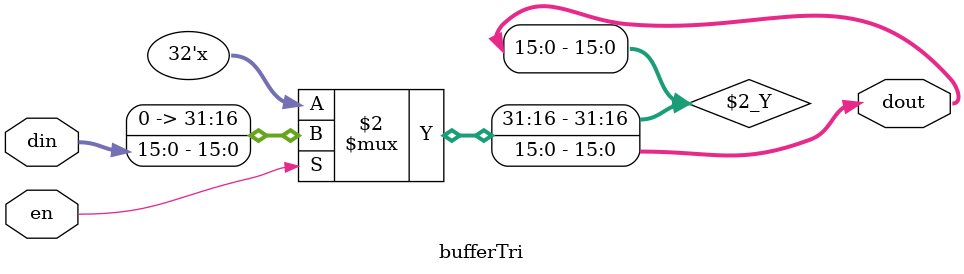
<source format=v>
module bufferTri#
(
	parameter  WIDTH = 8,
	parameter  n = 2
)
(
	input [n*WIDTH-1:0]din, 
	input en,
	output [n*WIDTH-1:0]dout
);

assign dout = en ? din:'bz; 

endmodule
</source>
